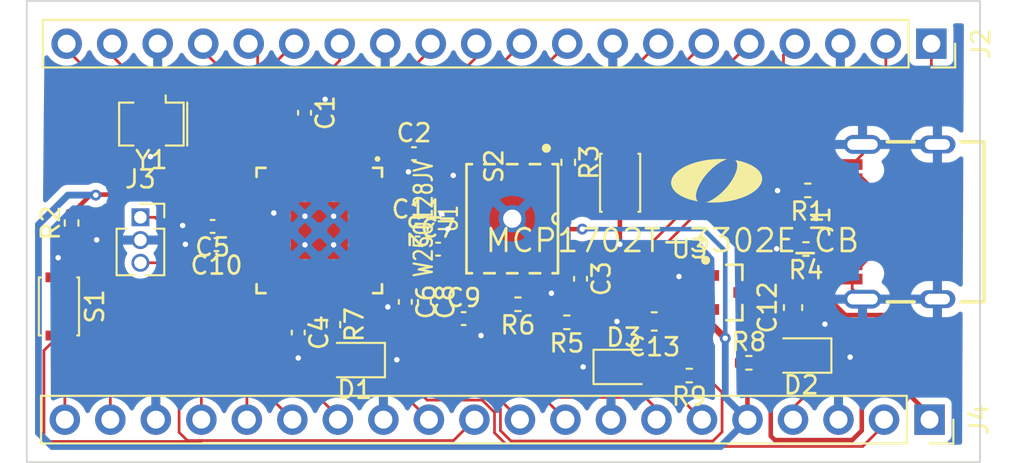
<source format=kicad_pcb>
(kicad_pcb (version 20211014) (generator pcbnew)
  (title_block (title "ENGR3430 Miniproject 3") (date "2022-09-22") (company "Olin College of Engineering"))
  (layers (0 "F.Cu" signal) (31 "B.Cu" signal) (34 "B.Paste" user) (35 "F.Paste" user) (36 "B.SilkS" user "B.Silkscreen") (37 "F.SilkS" user "F.Silkscreen") (38 "B.Mask" user) (39 "F.Mask" user) (44 "Edge.Cuts" user))
  (net 0 "")
  (net 1 "GND")
  (net 2 "+3V3")
  (net 3 "Net-(C10-Pad1)")
  (net 4 "/VBUS")
  (net 5 "Net-(D1-Pad2)")
  (net 6 "Net-(D2-Pad2)")
  (net 7 "Net-(J1-PadA5)")
  (net 8 "Net-(J1-PadA6)")
  (net 9 "Net-(J1-PadA7)")
  (net 11 "Net-(J1-PadB5)")
  (net 13 "/GPIO0")
  (net 14 "/GPIO1")
  (net 15 "/GPIO2")
  (net 16 "/GPIO3")
  (net 17 "/GPIO4")
  (net 18 "/GPIO5")
  (net 19 "/GPIO6")
  (net 20 "/GPIO7")
  (net 21 "/GPIO8")
  (net 22 "/GPIO9")
  (net 23 "/GPIO10")
  (net 24 "/GPIO11")
  (net 25 "/GPIO12")
  (net 26 "/GPIO13")
  (net 27 "/GPIO14")
  (net 28 "/GPIO15")
  (net 29 "/SWCLK")
  (net 30 "/SWDIO")
  (net 31 "/GPIO23")
  (net 32 "/BOOT")
  (net 33 "/GPIO29")
  (net 34 "/GPIO28")
  (net 35 "/GPIO27")
  (net 36 "/GPIO26")
  (net 37 "/RUN")
  (net 38 "/GPIO22")
  (net 39 "/GPIO21")
  (net 40 "/GPIO20")
  (net 41 "/GPIO19")
  (net 42 "/GPIO18")
  (net 43 "/GPIO17")
  (net 44 "/GPIO16")
  (net 45 "Net-(R5-Pad2)")
  (net 46 "Net-(R6-Pad2)")
  (net 47 "/GPIO25")
  (net 48 "Net-(U1-Pad2)")
  (net 49 "Net-(U1-Pad3)")
  (net 50 "Net-(U1-Pad5)")
  (net 51 "Net-(U1-Pad6)")
  (net 52 "Net-(U1-Pad7)")
  (net 53 "Net-(U2-Pad20)")
  (net 54 "Net-(U2-Pad21)")
  (net 55 "/GPIO24")
  (net 56 "Net-(R9-Pad2)")
  (footprint "Resistor_SMD:R_0402_1005Metric" (layer "F.Cu") (at 103.6 99.86 90)
    (fp_text reference "R2")
    (fp_text value "5.1K")
  )
  (footprint "Connector_PinSocket_1.27mm:PinSocket_1x03_P1.27mm_Vertical" (layer "F.Cu") (at 107.442 99.5426)
    (fp_text reference "J3")
    (fp_text value "DEBUG")
  )
  (footprint "Eclectronics:OlinLogoSm" (layer "F.Cu") (at 139.6 97.5)
    (fp_text reference "OlinLogoSm" hide)
    (fp_text value "G***" hide)
  )
  (footprint "Capacitor_SMD:C_0402_1005Metric" (layer "F.Cu") (at 123.2916 104.267 -90)
    (fp_text reference "C8")
    (fp_text value "1µF")
  )
  (footprint "Capacitor_SMD:C_0402_1005Metric" (layer "F.Cu") (at 116.25 105.98 -90)
    (fp_text reference "C4")
    (fp_text value "0.1µF")
  )
  (footprint "Capacitor_SMD:C_0402_1005Metric" (layer "F.Cu") (at 111.6864 101.0666 180)
    (fp_text reference "C10")
    (fp_text value "0.1µF")
  )
  (footprint "Eclectronics:RP2040" (layer "F.Cu") (at 117.4242 100.2792 -90)
    (fp_text reference "U2")
    (fp_text value "RP2040")
  )
  (footprint "Crystal:Resonator_SMD_Murata_CSTxExxV-3Pin_3.0x1.1mm" (layer "F.Cu") (at 108.0532 94.3324 180)
    (fp_text reference "Y1")
    (fp_text value "12MHz")
  )
  (footprint "Button_Switch_SMD:SW_SPST_CK_KXT3" (layer "F.Cu") (at 134.2136 97.6116 90)
    (fp_text reference "S2")
    (fp_text value "BOOT")
  )
  (footprint "LED_SMD:LED_0805_2012Metric" (layer "F.Cu") (at 144.3205 107.2642 180)
    (fp_text reference "D2")
    (fp_text value "PWR")
  )
  (footprint "Resistor_SMD:R_0402_1005Metric" (layer "F.Cu") (at 131.2418 105.41 180)
    (fp_text reference "R5")
    (fp_text value "27Ω")
  )
  (footprint "Connector_PinSocket_2.54mm:PinSocket_1x20_P2.54mm_Vertical" (layer "F.Cu") (at 151.5846 89.8398 -90)
    (fp_text reference "J2")
    (fp_text value "LEFT")
  )
  (footprint "Resistor_SMD:R_0402_1005Metric" (layer "F.Cu") (at 131.318 96.4692 -90)
    (fp_text reference "R3")
    (fp_text value "5.1K")
  )
  (footprint "Capacitor_SMD:C_0603_1608Metric" (layer "F.Cu") (at 136.1186 105.3592 180)
    (fp_text reference "C13")
    (fp_text value "10µF")
  )
  (footprint "Capacitor_SMD:C_0402_1005Metric" (layer "F.Cu") (at 132.0038 102.9742 -90)
    (fp_text reference "C3")
    (fp_text value "0.1µF")
  )
  (footprint "Resistor_SMD:R_0402_1005Metric" (layer "F.Cu") (at 118.2116 105.537 -90)
    (fp_text reference "R7")
    (fp_text value "1K")
  )
  (footprint "mcp1702:Microchip-MCP1702T-3302E_CB-Level_B" (layer "F.Cu") (at 140.1366 103.741201)
    (fp_text reference "U3")
    (fp_text value "MCP1702T-3302E_CB")
  )
  (footprint "LED_SMD:LED_0805_2012Metric" (layer "F.Cu") (at 119.4054 107.5182 180)
    (fp_text reference "D1")
    (fp_text value "LED")
  )
  (footprint "LED_SMD:LED_0805_2012Metric" (layer "F.Cu") (at 134.4145 107.8992)
    (fp_text reference "D3")
    (fp_text value "LED")
  )
  (footprint "Resistor_SMD:R_0402_1005Metric" (layer "F.Cu") (at 144.6882 98.0386 180)
    (fp_text reference "R1")
    (fp_text value "5.1K")
  )
  (footprint "Capacitor_SMD:C_0402_1005Metric" (layer "F.Cu") (at 116.6 93.7 -90)
    (fp_text reference "C1")
    (fp_text value "0.1µF")
  )
  (footprint "Capacitor_SMD:C_0402_1005Metric" (layer "F.Cu") (at 122.7074 95.9866)
    (fp_text reference "C2")
    (fp_text value "0.1µF")
  )
  (footprint "Capacitor_SMD:C_0402_1005Metric" (layer "F.Cu") (at 122.9106 100.2538)
    (fp_text reference "C11")
    (fp_text value "0.1µF")
  )
  (footprint "Resistor_SMD:R_0402_1005Metric" (layer "F.Cu") (at 144.5866 101.3152 180)
    (fp_text reference "R4")
    (fp_text value "5.1K")
  )
  (footprint "Eclectronics:MIC_WSON-8" (layer "F.Cu") (at 128.1938 99.6188 -90)
    (fp_text reference "U1")
    (fp_text value "W25Q128JV")
  )
  (footprint "Resistor_SMD:R_0402_1005Metric" (layer "F.Cu") (at 141.3995 107.6706)
    (fp_text reference "R8")
    (fp_text value "1K")
  )
  (footprint "Resistor_SMD:R_0402_1005Metric" (layer "F.Cu") (at 128.51 104.4 180)
    (fp_text reference "R6")
    (fp_text value "27Ω")
  )
  (footprint "Capacitor_SMD:C_0402_1005Metric" (layer "F.Cu") (at 124.0562 101.3206)
    (fp_text reference "C7")
    (fp_text value "0.1µF")
  )
  (footprint "Resistor_SMD:R_0402_1005Metric" (layer "F.Cu") (at 138.0724 108.3818 180)
    (fp_text reference "R9")
    (fp_text value "1k")
  )
  (footprint "Capacitor_SMD:C_0402_1005Metric" (layer "F.Cu") (at 125.48 105.2)
    (fp_text reference "C9")
    (fp_text value "1µF")
  )
  (footprint "Capacitor_SMD:C_0603_1608Metric" (layer "F.Cu") (at 143.8656 104.5848 90)
    (fp_text reference "C12")
    (fp_text value "10µF")
  )
  (footprint "Eclectronics:USB4105-GF-A" (layer "F.Cu") (at 151.9226 99.7912 90)
    (fp_text reference "J1")
    (fp_text value "USB4105-GF-A")
  )
  (footprint "Button_Switch_SMD:SW_SPST_CK_KXT3" (layer "F.Cu") (at 102.8954 104.521 -90)
    (fp_text reference "S1")
    (fp_text value "RST")
  )
  (footprint "Capacitor_SMD:C_0402_1005Metric" (layer "F.Cu") (at 122.2248 104.267 -90)
    (fp_text reference "C6")
    (fp_text value "0.1µF")
  )
  (footprint "Connector_PinSocket_2.54mm:PinSocket_1x20_P2.54mm_Vertical" (layer "F.Cu") (at 151.483 110.8456 -90)
    (fp_text reference "J4")
    (fp_text value "RIGHT")
  )
  (footprint "Capacitor_SMD:C_0402_1005Metric" (layer "F.Cu") (at 111.47 100.05 180)
    (fp_text reference "C5")
    (fp_text value "0.1µF")
  )
  (gr_rect (start 101.1 87.45) (end 154.3 113.225) (layer "Edge.Cuts") (width 0.1) (fill none))
  (segment (start 135.3436 105.3592) (end 134.0358 105.3592) (width 0.254) (layer "F.Cu") (net 1))
  (segment (start 133.477 107.8992) (end 132.1508 107.8992) (width 0.254) (layer "F.Cu") (net 1))
  (segment (start 134.2 101.05) (end 134.2 99.2502) (width 0.254) (layer "F.Cu") (net 1))
  (segment (start 124.6 100.2) (end 124.6 101.2568) (width 0.254) (layer "F.Cu") (net 1))
  (segment (start 134.2 99.2502) (end 134.2136 99.2366) (width 0.254) (layer "F.Cu") (net 1))
  (segment (start 132.0038 103.4542) (end 130.7084 103.4542) (width 0.254) (layer "F.Cu") (net 1))
  (segment (start 147.1676 103.5362) (end 147.7426 104.1112) (width 0.1524) (layer "F.Cu") (net 1))
  (segment (start 105.0126 100.8126) (end 105 100.8) (width 0.254) (layer "F.Cu") (net 1))
  (segment (start 121.003 110.8456) (end 120.7262 110.8456) (width 0.1524) (layer "F.Cu") (net 1))
  (segment (start 145.6436 105.5116) (end 144.0174 105.5116) (width 0.254) (layer "F.Cu") (net 1))
  (segment (start 110.99 100.05) (end 109.85 100.05) (width 0.254) (layer "F.Cu") (net 1))
  (segment (start 121.447 104.747) (end 122.2248 104.747) (width 0.254) (layer "F.Cu") (net 1))
  (segment (start 147.1676 102.9912) (end 147.1676 103.5362) (width 0.1524) (layer "F.Cu") (net 1))
  (segment (start 147.7426 96.0162) (end 147.7426 95.4712) (width 0.1524) (layer "F.Cu") (net 1))
  (segment (start 114.7708 99.2792) (end 113.9867 99.2792) (width 0.254) (layer "F.Cu") (net 1))
  (segment (start 108.05 94.3292) (end 108.0532 94.3324) (width 0.254) (layer "F.Cu") (net 1))
  (segment (start 122.2476 104.7698) (end 122.2248 104.747) (width 0.1524) (layer "F.Cu") (net 1))
  (segment (start 126.45 106.15) (end 125.96 105.66) (width 0.254) (layer "F.Cu") (net 1))
  (segment (start 130.7084 103.4542) (end 130.3782 103.7844) (width 0.254) (layer "F.Cu") (net 1))
  (segment (start 102.85 102.8506) (end 102.8954 102.896) (width 0.254) (layer "F.Cu") (net 1))
  (segment (start 114.7916 99.3) (end 114.7708 99.2792) (width 0.254) (layer "F.Cu") (net 1))
  (segment (start 116.6 93.22) (end 117.48 93.22) (width 0.254) (layer "F.Cu") (net 1))
  (segment (start 121.7318 107.5182) (end 120.3429 107.5182) (width 0.254) (layer "F.Cu") (net 1))
  (segment (start 147.1676 96.5912) (end 147.7426 96.0162) (width 0.1524) (layer "F.Cu") (net 1))
  (segment (start 102.85 101.8) (end 102.8954 101.8454) (width 0.1524) (layer "F.Cu") (net 1))
  (segment (start 102.85 101.8) (end 102.85 102.8506) (width 0.254) (layer "F.Cu") (net 1))
  (segment (start 143.0114 98.0386) (end 143 98.05) (width 0.254) (layer "F.Cu") (net 1))
  (segment (start 108.0532 94.3324) (end 108.0532 96.0968) (width 0.254) (layer "F.Cu") (net 1))
  (segment (start 144.0766 101.3152) (end 142.9652 101.3152) (width 0.254) (layer "F.Cu") (net 1))
  (segment (start 117.48 93.22) (end 117.75 92.95) (width 0.254) (layer "F.Cu") (net 1))
  (segment (start 123.2916 104.747) (end 122.2248 104.747) (width 0.254) (layer "F.Cu") (net 1))
  (segment (start 124.6 101.2568) (end 124.5362 101.3206) (width 0.254) (layer "F.Cu") (net 1))
  (segment (start 125.96 105.66) (end 125.96 105.2) (width 0.254) (layer "F.Cu") (net 1))
  (segment (start 124.25 99.3944) (end 123.3906 100.2538) (width 0.254) (layer "F.Cu") (net 1))
  (segment (start 144.0174 105.5116) (end 143.8656 105.3598) (width 0.254) (layer "F.Cu") (net 1))
  (segment (start 116.25 107.4) (end 116.25 106.46) (width 0.254) (layer "F.Cu") (net 1))
  (segment (start 137.5 102.85) (end 138.9278 102.85) (width 0.254) (layer "F.Cu") (net 1))
  (segment (start 109.95 101.05) (end 109.9666 101.0666) (width 0.254) (layer "F.Cu") (net 1))
  (segment (start 109.9666 101.0666) (end 111.2064 101.0666) (width 0.254) (layer "F.Cu") (net 1))
  (segment (start 123.1874 96.2126) (end 123.1874 95.9866) (width 0.254) (layer "F.Cu") (net 1))
  (segment (start 132.1508 107.8992) (end 132.15 107.9) (width 0.254) (layer "F.Cu") (net 1))
  (segment (start 122.4 97) (end 123.1874 96.2126) (width 0.254) (layer "F.Cu") (net 1))
  (segment (start 121.25 104.55) (end 121.447 104.747) (width 0.254) (layer "F.Cu") (net 1))
  (segment (start 144.1782 98.0386) (end 143.0114 98.0386) (width 0.254) (layer "F.Cu") (net 1))
  (segment (start 109.85 100.05) (end 109.8 100) (width 0.254) (layer "F.Cu") (net 1))
  (segment (start 125.1736 96.9264) (end 126.2888 96.9264) (width 0.1524) (layer "F.Cu") (net 1))
  (segment (start 108.4046 89.8398) (end 108.4046 89.8118) (width 0.1524) (layer "F.Cu") (net 1))
  (segment (start 145.3438 107.35) (end 145.258 107.2642) (width 0.254) (layer "F.Cu") (net 1))
  (segment (start 147.05 107.35) (end 145.3438 107.35) (width 0.254) (layer "F.Cu") (net 1))
  (segment (start 108.0532 96.0968) (end 108 96.15) (width 0.254) (layer "F.Cu") (net 1))
  (segment (start 133.703 110.8456) (end 133.1214 110.8456) (width 0.1524) (layer "F.Cu") (net 1))
  (segment (start 124.25 99.35) (end 124.25 99.3944) (width 0.254) (layer "F.Cu") (net 1))
  (segment (start 114.8842 99.3) (end 114.7916 99.3) (width 0.254) (layer "F.Cu") (net 1))
  (segment (start 121.75 107.5) (end 121.7318 107.5182) (width 0.254) (layer "F.Cu") (net 1))
  (segment (start 111.173 101.1) (end 111.2064 101.0666) (width 0.254) (layer "F.Cu") (net 1))
  (segment (start 107.442 100.8126) (end 105.0126 100.8126) (width 0.254) (layer "F.Cu") (net 1))
  (segment (start 138.9278 102.85) (end 138.9866 102.7912) (width 0.254) (layer "F.Cu") (net 1))
  (segment (start 146.403 110.8456) (end 145.9992 110.8456) (width 0.1524) (layer "F.Cu") (net 1))
  (segment (start 124.9 97.2) (end 125.1736 96.9264) (width 0.1524) (layer "F.Cu") (net 1))
  (segment (start 142.9652 101.3152) (end 142.95 101.3) (width 0.254) (layer "F.Cu") (net 1))
  (via (at 134.2 101.05) (size 0.6096) (drill 0.3048) (layers "F.Cu" "B.Cu") (net 1))
  (via (at 124.9 97.2) (size 0.6096) (drill 0.3048) (layers "F.Cu" "B.Cu") (net 1))
  (via (at 109.8 100) (size 0.6096) (drill 0.3048) (layers "F.Cu" "B.Cu") (net 1))
  (via (at 122.4 97) (size 0.6096) (drill 0.3048) (layers "F.Cu" "B.Cu") (net 1))
  (via (at 116.25 107.4) (size 0.6096) (drill 0.3048) (layers "F.Cu" "B.Cu") (net 1))
  (via (at 142.95 101.3) (size 0.6096) (drill 0.3048) (layers "F.Cu" "B.Cu") (net 1))
  (via (at 137.5 102.85) (size 0.6096) (drill 0.3048) (layers "F.Cu" "B.Cu") (net 1))
  (via (at 132.15 107.9) (size 0.6096) (drill 0.3048) (layers "F.Cu" "B.Cu") (net 1))
  (via (at 147.05 107.35) (size 0.6096) (drill 0.3048) (layers "F.Cu" "B.Cu") (net 1))
  (via (at 121.25 104.55) (size 0.6096) (drill 0.3048) (layers "F.Cu" "B.Cu") (net 1))
  (via (at 130.3782 103.7844) (size 0.6096) (drill 0.3048) (layers "F.Cu" "B.Cu") (net 1))
  (via (at 102.85 101.8) (size 0.6096) (drill 0.3048) (layers "F.Cu" "B.Cu") (net 1))
  (via (at 126.45 106.15) (size 0.6096) (drill 0.3048) (layers "F.Cu" "B.Cu") (net 1))
  (via (at 117.75 92.95) (size 0.6096) (drill 0.3048) (layers "F.Cu" "B.Cu") (net 1))
  (via (at 143 98.05) (size 0.6096) (drill 0.3048) (layers "F.Cu" "B.Cu") (net 1))
  (via (at 108 96.15) (size 0.6096) (drill 0.3048) (layers "F.Cu" "B.Cu") (net 1))
  (via (at 109.95 101.05) (size 0.6096) (drill 0.3048) (layers "F.Cu" "B.Cu") (net 1))
  (via (at 145.6436 105.5116) (size 0.6096) (drill 0.3048) (layers "F.Cu" "B.Cu") (net 1))
  (via (at 124.25 99.35) (size 0.6096) (drill 0.3048) (layers "F.Cu" "B.Cu") (net 1))
  (via (at 134.0358 105.3592) (size 0.6096) (drill 0.3048) (layers "F.Cu" "B.Cu") (net 1))
  (via (at 114.8842 99.3) (size 0.6096) (drill 0.3048) (layers "F.Cu" "B.Cu") (net 1))
  (via (at 105 100.8) (size 0.6096) (drill 0.3048) (layers "F.Cu" "B.Cu") (net 1))
  (via (at 121.75 107.5) (size 0.6096) (drill 0.3048) (layers "F.Cu" "B.Cu") (net 1))
  (via (at 124.6 100.2) (size 0.6096) (drill 0.3048) (layers "F.Cu" "B.Cu") (net 1))
  (segment (start 116.4242 103.108) (end 116.6622 102.87) (width 0.254) (layer "F.Cu") (net 2))
  (segment (start 120.8617 100.4792) (end 120.8617 100.8792) (width 0.254) (layer "F.Cu") (net 2))
  (segment (start 116.6622 102.87) (end 116.5352 102.997) (width 0.254) (layer "F.Cu") (net 2))
  (segment (start 116.078 98.2218) (end 116.4242 97.8756) (width 0.254) (layer "F.Cu") (net 2))
  (segment (start 115.7478 98.2218) (end 116.078 98.2218) (width 0.254) (layer "F.Cu") (net 2))
  (segment (start 119.8118 102.87) (end 120.0404 103.0986) (width 0.254) (layer "F.Cu") (net 2))
  (segment (start 138.9866 105.5646) (end 139.3466 105.5646) (width 0.381) (layer "F.Cu") (net 2))
  (segment (start 131.318 100.584) (end 131.318 101.092) (width 0.254) (layer "F.Cu") (net 2))
  (segment (start 139.3466 105.5646) (end 140.081 106.299) (width 0.381) (layer "F.Cu") (net 2))
  (segment (start 129.0828 103.8098) (end 130.0988 102.7938) (width 0.254) (layer "F.Cu") (net 2))
  (segment (start 120.3706 95.9358) (end 122.1766 95.9358) (width 0.254) (layer "F.Cu") (net 2))
  (segment (start 123.2916 103.8416) (end 124.05 104.6) (width 0.254) (layer "F.Cu") (net 2))
  (segment (start 110.1726 98.2726) (end 104.9774 98.2726) (width 0.254) (layer "F.Cu") (net 2))
  (segment (start 137.7188 106.8324) (end 138.1568 106.3944) (width 0.254) (layer "F.Cu") (net 2))
  (segment (start 116.45 96.8159) (end 116.4242 96.8417) (width 0.254) (layer "F.Cu") (net 2))
  (segment (start 120.0242 103.7167) (end 120.8617 102.8792) (width 0.254) (layer "F.Cu") (net 2))
  (segment (start 112.3792 100.4792) (end 111.95 100.05) (width 0.254) (layer "F.Cu") (net 2))
  (segment (start 104.9774 98.2726) (end 104.95 98.3) (width 0.254) (layer "F.Cu") (net 2))
  (segment (start 116.4242 97.8756) (end 116.4242 96.8417) (width 0.254) (layer "F.Cu") (net 2))
  (segment (start 130.0988 102.3112) (end 130.0988 101.9048) (width 0.1524) (layer "F.Cu") (net 2))
  (segment (start 138.9866 104.691199) (end 138.9866 105.5646) (width 0.381) (layer "F.Cu") (net 2))
  (segment (start 116.4242 103.7167) (end 116.4242 105.3258) (width 0.254) (layer "F.Cu") (net 2))
  (segment (start 116.4082 96.8257) (end 116.4242 96.8417) (width 0.254) (layer "F.Cu") (net 2))
  (segment (start 120.0945 103.787) (end 122.2248 103.787) (width 0.254) (layer "F.Cu") (net 2))
  (segment (start 111.95 100.05) (end 110.1726 98.2726) (width 0.254) (layer "F.Cu") (net 2))
  (segment (start 104.95 98.3) (end 104.65 98.3) (width 0.254) (layer "F.Cu") (net 2))
  (segment (start 131.318 100.2538) (end 131.318 100.584) (width 0.254) (layer "F.Cu") (net 2))
  (segment (start 120.0242 96.7394) (end 120.0242 96.8417) (width 0.1524) (layer "F.Cu") (net 2))
  (segment (start 120.0404 103.7005) (end 120.0242 103.7167) (width 0.254) (layer "F.Cu") (net 2))
  (segment (start 120.0242 103.7167) (end 120.0242 104.073) (width 0.1524) (layer "F.Cu") (net 2))
  (segment (start 116.4242 105.3258) (end 116.25 105.5) (width 0.254) (layer "F.Cu") (net 2))
  (segment (start 132.097 100.203) (end 131.3688 100.203) (width 0.254) (layer "F.Cu") (net 2))
  (segment (start 136.8936 105.3592) (end 137.1216 105.3592) (width 0.254) (layer "F.Cu") (net 2))
  (segment (start 120.8617 100.8792) (end 123.1348 100.8792) (width 0.254) (layer "F.Cu") (net 2))
  (segment (start 123.2434 103.787) (end 123.2916 103.787) (width 0.254) (layer "F.Cu") (net 2))
  (segment (start 120.8617 102.4792) (end 120.8617 102.8792) (width 0.254) (layer "F.Cu") (net 2))
  (segment (start 115.4684 100.1776) (end 115.4684 98.5012) (width 0.254) (layer "F.Cu") (net 2))
  (segment (start 120.8617 102.4792) (end 121.9838 102.4792) (width 0.254) (layer "F.Cu") (net 2))
  (segment (start 113.9867 100.4792) (end 115.1668 100.4792) (width 0.254) (layer "F.Cu") (net 2))
  (segment (start 123.5964 102.0826) (end 124.333 102.0826) (width 0.254) (layer "F.Cu") (net 2))
  (segment (start 141.323 109.5606) (end 141.323 110.8456) (width 0.254) (layer "F.Cu") (net 2))
  (segment (start 120.0242 96.8417) (end 120.0242 96.2822) (width 0.254) (layer "F.Cu") (net 2))
  (segment (start 131.318 101.092) (end 130.0988 102.3112) (width 0.254) (layer "F.Cu") (net 2))
  (segment (start 124.333 102.0826) (end 125.0188 102.7684) (width 0.254) (layer "F.Cu") (net 2))
  (segment (start 116.6 94.18) (end 116.6 94.4) (width 0.254) (layer "F.Cu") (net 2))
  (segment (start 124.05 105.25) (end 125.6324 106.8324) (width 0.254) (layer "F.Cu") (net 2))
  (segment (start 116.4242 103.7167) (end 116.4242 103.108) (width 0.254) (layer "F.Cu") (net 2))
  (segment (start 113.9867 100.4792) (end 112.3792 100.4792) (width 0.254) (layer "F.Cu") (net 2))
  (segment (start 125.0188 103.505) (end 125.3236 103.8098) (width 0.254) (layer "F.Cu") (net 2))
  (segment (start 115.4684 98.5012) (end 115.7478 98.2218) (width 0.254) (layer "F.Cu") (net 2))
  (segment (start 116.6622 102.87) (end 119.8118 102.87) (width 0.254) (layer "F.Cu") (net 2))
  (segment (start 123.2916 103.787) (end 123.2916 103.8416) (width 0.254) (layer "F.Cu") (net 2))
  (segment (start 130.0988 102.7938) (end 130.0988 102.3112) (width 0.254) (layer "F.Cu") (net 2))
  (segment (start 132.1 100.2) (end 132.097 100.203) (width 0.254) (layer "F.Cu") (net 2))
  (segment (start 120.0242 96.2822) (end 120.3706 95.9358) (width 0.254) (layer "F.Cu") (net 2))
  (segment (start 116.4242 94.5758) (end 116.4242 96.8417) (width 0.254) (layer "F.Cu") (net 2))
  (segment (start 125.3236 103.8098) (end 129.0828 103.8098) (width 0.254) (layer "F.Cu") (net 2))
  (segment (start 138.9866 105.5646) (end 138.1568 106.3944) (width 0.381) (layer "F.Cu") (net 2))
  (segment (start 104.65 98.3) (end 103.6 99.35) (width 0.254) (layer "F.Cu") (net 2))
  (segment (start 121.9838 102.4792) (end 123.2916 103.787) (width 0.254) (layer "F.Cu") (net 2))
  (segment (start 119.3546 98.2218) (end 120.0242 97.5522) (width 0.254) (layer "F.Cu") (net 2))
  (segment (start 120.0242 97.5522) (end 120.0242 96.8417) (width 0.254) (layer "F.Cu") (net 2))
  (segment (start 123.5762 101.3206) (end 123.5762 102.0624) (width 0.254) (layer "F.Cu") (net 2))
  (segment (start 131.318 101.092) (end 131.318 101.8084) (width 0.254) (layer "F.Cu") (net 2))
  (segment (start 115.1668 100.4792) (end 115.4684 100.1776) (width 0.254) (layer "F.Cu") (net 2))
  (segment (start 131.318 101.8084) (end 132.0038 102.4942) (width 0.254) (layer "F.Cu") (net 2))
  (segment (start 122.1766 95.9358) (end 122.2274 95.9866) (width 0.254) (layer "F.Cu") (net 2))
  (segment (start 123.5762 102.0624) (end 123.5964 102.0826) (width 0.254) (layer "F.Cu") (net 2))
  (segment (start 125.0188 102.7684) (end 125.0188 103.505) (width 0.254) (layer "F.Cu") (net 2))
  (segment (start 116.6 94.4) (end 116.4242 94.5758) (width 0.254) (layer "F.Cu") (net 2))
  (segment (start 140.8895 109.1271) (end 141.323 109.5606) (width 0.254) (layer "F.Cu") (net 2))
  (segment (start 116.078 98.2218) (end 119.3546 98.2218) (width 0.254) (layer "F.Cu") (net 2))
  (segment (start 120.0242 103.7167) (end 120.0945 103.787) (width 0.254) (layer "F.Cu") (net 2))
  (segment (start 120.0404 103.0986) (end 120.0404 103.7005) (width 0.254) (layer "F.Cu") (net 2))
  (segment (start 131.318 96.9792) (end 131.318 100.2538) (width 0.254) (layer "F.Cu") (net 2))
  (segment (start 131.3688 100.203) (end 131.318 100.2538) (width 0.254) (layer "F.Cu") (net 2))
  (segment (start 137.1216 105.3592) (end 138.1568 106.3944) (width 0.254) (layer "F.Cu") (net 2))
  (segment (start 140.8895 107.6706) (end 140.8895 109.1271) (width 0.254) (layer "F.Cu") (net 2))
  (segment (start 123.1348 100.8792) (end 123.5762 101.3206) (width 0.254) (layer "F.Cu") (net 2))
  (segment (start 125.6324 106.8324) (end 137.7188 106.8324) (width 0.254) (layer "F.Cu") (net 2))
  (segment (start 124.05 104.6) (end 124.05 105.25) (width 0.254) (layer "F.Cu") (net 2))
  (via (at 104.95 98.3) (size 0.6096) (drill 0.3048) (layers "F.Cu" "B.Cu") (net 2))
  (via (at 140.081 106.299) (size 0.6096) (drill 0.3048) (layers "F.Cu" "B.Cu") (net 2))
  (via (at 132.1 100.2) (size 0.6096) (drill 0.3048) (layers "F.Cu" "B.Cu") (net 2))
  (segment (start 132.1 100.2) (end 132.103 100.203) (width 0.254) (layer "B.Cu") (net 2))
  (segment (start 138.8618 100.203) (end 140.081 101.4222) (width 0.254) (layer "B.Cu") (net 2))
  (segment (start 102.5144 112.3442) (end 139.8244 112.3442) (width 0.381) (layer "B.Cu") (net 2))
  (segment (start 103.4 98.3) (end 101.75 99.95) (width 0.381) (layer "B.Cu") (net 2))
  (segment (start 132.103 100.203) (end 138.8618 100.203) (width 0.254) (layer "B.Cu") (net 2))
  (segment (start 101.75 99.95) (end 101.75 111.5798) (width 0.381) (layer "B.Cu") (net 2))
  (segment (start 140.081 101.4222) (end 140.081 106.299) (width 0.254) (layer "B.Cu") (net 2))
  (segment (start 104.95 98.3) (end 103.4 98.3) (width 0.381) (layer "B.Cu") (net 2))
  (segment (start 101.75 111.5798) (end 102.5144 112.3442) (width 0.381) (layer "B.Cu") (net 2))
  (segment (start 139.8244 112.3442) (end 141.323 110.8456) (width 0.381) (layer "B.Cu") (net 2))
  (segment (start 140.081 109.6036) (end 141.323 110.8456) (width 0.381) (layer "B.Cu") (net 2))
  (segment (start 140.081 106.299) (end 140.081 109.6036) (width 0.381) (layer "B.Cu") (net 2))
  (segment (start 119.707 100.0792) (end 120.8617 100.0792) (width 0.1524) (layer "F.Cu") (net 3))
  (segment (start 120.8329 102.108) (end 120.8617 102.0792) (width 0.1524) (layer "F.Cu") (net 3))
  (segment (start 119.253 102.108) (end 119.253 100.5332) (width 0.1524) (layer "F.Cu") (net 3))
  (segment (start 113.9867 100.8792) (end 115.3826 100.8792) (width 0.1524) (layer "F.Cu") (net 3))
  (segment (start 115.697 102.108) (end 119.253 102.108) (width 0.1524) (layer "F.Cu") (net 3))
  (segment (start 123.9774 103.9274) (end 125 104.95) (width 0.1524) (layer "F.Cu") (net 3))
  (segment (start 123.825 103.2764) (end 123.9774 103.4288) (width 0.1524) (layer "F.Cu") (net 3))
  (segment (start 125 104.95) (end 125 105.2) (width 0.1524) (layer "F.Cu") (net 3))
  (segment (start 120.8617 100.0792) (end 122.256 100.0792) (width 0.1524) (layer "F.Cu") (net 3))
  (segment (start 122.1706 102.0792) (end 123.3678 103.2764) (width 0.1524) (layer "F.Cu") (net 3))
  (segment (start 120.8617 102.0792) (end 122.1706 102.0792) (width 0.1524) (layer "F.Cu") (net 3))
  (segment (start 122.256 100.0792) (end 122.4306 100.2538) (width 0.1524) (layer "F.Cu") (net 3))
  (segment (start 119.253 102.108) (end 120.8329 102.108) (width 0.1524) (layer "F.Cu") (net 3))
  (segment (start 115.57 101.0666) (end 115.57 101.981) (width 0.1524) (layer "F.Cu") (net 3))
  (segment (start 112.3538 100.8792) (end 112.1664 101.0666) (width 0.1524) (layer "F.Cu") (net 3))
  (segment (start 123.9774 103.4288) (end 123.9774 103.9274) (width 0.1524) (layer "F.Cu") (net 3))
  (segment (start 123.3678 103.2764) (end 123.825 103.2764) (width 0.1524) (layer "F.Cu") (net 3))
  (segment (start 119.253 100.5332) (end 119.707 100.0792) (width 0.1524) (layer "F.Cu") (net 3))
  (segment (start 115.3826 100.8792) (end 115.57 101.0666) (width 0.1524) (layer "F.Cu") (net 3))
  (segment (start 115.57 101.981) (end 115.697 102.108) (width 0.1524) (layer "F.Cu") (net 3))
  (segment (start 113.9867 100.8792) (end 112.3538 100.8792) (width 0.1524) (layer "F.Cu") (net 3))
  (segment (start 141.3552 103.8098) (end 141.2866 103.7412) (width 0.381) (layer "F.Cu") (net 4))
  (segment (start 143.764 108.9914) (end 142.621 110.1344) (width 0.254) (layer "F.Cu") (net 4))
  (segment (start 145.4842 102.1912) (end 143.8656 103.8098) (width 0.381) (layer "F.Cu") (net 4))
  (segment (start 148.1582 109.2962) (end 150.1902 109.2962) (width 0.254) (layer "F.Cu") (net 4))
  (segment (start 147.1676 111.9886) (end 147.701 111.4552) (width 0.254) (layer "F.Cu") (net 4))
  (segment (start 146.7866 105.0036) (end 149.2758 105.0036) (width 0.254) (layer "F.Cu") (net 4))
  (segment (start 151.483 110.589) (end 151.483 110.8456) (width 0.254) (layer "F.Cu") (net 4))
  (segment (start 147.1676 97.3912) (end 147.6496 97.3912) (width 0.1524) (layer "F.Cu") (net 4))
  (segment (start 142.621 110.1344) (end 142.621 111.76) (width 0.254) (layer "F.Cu") (net 4))
  (segment (start 145.5928 103.8098) (end 143.8656 103.8098) (width 0.381) (layer "F.Cu") (net 4))
  (segment (start 145.5928 103.8098) (end 146.7866 105.0036) (width 0.254) (layer "F.Cu") (net 4))
  (segment (start 149.2758 107.0356) (end 147.32 108.9914) (width 0.254) (layer "F.Cu") (net 4))
  (segment (start 142.8496 111.9886) (end 147.1676 111.9886) (width 0.254) (layer "F.Cu") (net 4))
  (segment (start 147.1676 102.1912) (end 147.675 102.1912) (width 0.254) (layer "F.Cu") (net 4))
  (segment (start 142.621 111.76) (end 142.8496 111.9886) (width 0.254) (layer "F.Cu") (net 4))
  (segment (start 147.1676 97.3912) (end 147.7258 97.3912) (width 0.254) (layer "F.Cu") (net 4))
  (segment (start 150.1902 109.2962) (end 151.483 110.589) (width 0.254) (layer "F.Cu") (net 4))
  (segment (start 149.2758 105.0036) (end 149.2758 107.0356) (width 0.254) (layer "F.Cu") (net 4))
  (segment (start 147.675 102.1912) (end 148.3986 101.4676) (width 0.254) (layer "F.Cu") (net 4))
  (segment (start 143.8656 103.8098) (end 141.3552 103.8098) (width 0.381) (layer "F.Cu") (net 4))
  (segment (start 147.1676 102.1912) (end 145.4842 102.1912) (width 0.381) (layer "F.Cu") (net 4))
  (segment (start 147.701 111.4552) (end 147.701 109.7534) (width 0.254) (layer "F.Cu") (net 4))
  (segment (start 147.1552 102.1788) (end 147.1676 102.1912) (width 0.254) (layer "F.Cu") (net 4))
  (segment (start 147.7258 97.3912) (end 148.3986 98.064) (width 0.254) (layer "F.Cu") (net 4))
  (segment (start 147.32 108.9914) (end 143.764 108.9914) (width 0.254) (layer "F.Cu") (net 4))
  (segment (start 147.701 109.7534) (end 148.1582 109.2962) (width 0.254) (layer "F.Cu") (net 4))
  (segment (start 148.3986 101.4676) (end 148.3986 98.064) (width 0.254) (layer "F.Cu") (net 4))
  (segment (start 118.2116 107.2619) (end 118.4679 107.5182) (width 0.1524) (layer "F.Cu") (net 5))
  (segment (start 118.2116 106.047) (end 118.2116 107.2619) (width 0.1524) (layer "F.Cu") (net 5))
  (segment (start 142.9766 107.6706) (end 143.383 107.2642) (width 0.1524) (layer "F.Cu") (net 6))
  (segment (start 143.383 107.2642) (end 142.3159 107.2642) (width 0.1524) (layer "F.Cu") (net 6))
  (segment (start 142.3159 107.2642) (end 141.9095 107.6706) (width 0.1524) (layer "F.Cu") (net 6))
  (segment (start 145.8268 101.3152) (end 146.1008 101.0412) (width 0.1524) (layer "F.Cu") (net 7))
  (segment (start 145.0966 101.3152) (end 145.8268 101.3152) (width 0.1524) (layer "F.Cu") (net 7))
  (segment (start 146.1008 101.0412) (end 147.1676 101.0412) (width 0.1524) (layer "F.Cu") (net 7))
  (segment (start 147.8692 100.0412) (end 147.1676 100.0412) (width 0.1524) (layer "F.Cu") (net 8))
  (segment (start 147.7502 99.0412) (end 148.043 99.334) (width 0.1524) (layer "F.Cu") (net 8))
  (segment (start 147.1676 99.0412) (end 147.7502 99.0412) (width 0.1524) (layer "F.Cu") (net 8))
  (segment (start 132.5312 104.4) (end 137.89 99.0412) (width 0.1524) (layer "F.Cu") (net 8))
  (segment (start 137.89 99.0412) (end 147.1676 99.0412) (width 0.1524) (layer "F.Cu") (net 8))
  (segment (start 148.043 99.334) (end 148.043 99.8674) (width 0.1524) (layer "F.Cu") (net 8))
  (segment (start 148.043 99.8674) (end 147.8692 100.0412) (width 0.1524) (layer "F.Cu") (net 8))
  (segment (start 129.02 104.4) (end 132.5312 104.4) (width 0.1524) (layer "F.Cu") (net 8))
  (segment (start 146.5404 99.5412) (end 147.1676 99.5412) (width 0.1524) (layer "F.Cu") (net 9))
  (segment (start 146.3412 100.3246) (end 146.3412 99.7404) (width 0.1524) (layer "F.Cu") (net 9))
  (segment (start 131.7518 105.41) (end 132.3848 105.41) (width 0.1524) (layer "F.Cu") (net 9))
  (segment (start 146.5578 100.5412) (end 146.3412 100.3246) (width 0.1524) (layer "F.Cu") (net 9))
  (segment (start 146.3412 99.7404) (end 146.5404 99.5412) (width 0.1524) (layer "F.Cu") (net 9))
  (segment (start 138.2536 99.5412) (end 147.1676 99.5412) (width 0.1524) (layer "F.Cu") (net 9))
  (segment (start 147.1676 100.5412) (end 146.5578 100.5412) (width 0.1524) (layer "F.Cu") (net 9))
  (segment (start 132.3848 105.41) (end 138.2536 99.5412) (width 0.1524) (layer "F.Cu") (net 9))
  (segment (start 147.165 98.0386) (end 147.1676 98.0412) (width 0.1524) (layer "F.Cu") (net 11))
  (segment (start 145.1982 98.0386) (end 147.165 98.0386) (width 0.1524) (layer "F.Cu") (net 11))
  (segment (start 143.9926 92.3798) (end 151.0792 92.3798) (width 0.1524) (layer "F.Cu") (net 13))
  (segment (start 151.0792 92.3798) (end 151.5846 91.8744) (width 0.1524) (layer "F.Cu") (net 13))
  (segment (start 119.6242 96.0472) (end 120.4722 95.1992) (width 0.1524) (layer "F.Cu") (net 13))
  (segment (start 119.6242 96.8417) (end 119.6242 96.0472) (width 0.1524) (layer "F.Cu") (net 13))
  (segment (start 151.5846 91.8744) (end 151.5846 89.8398) (width 0.1524) (layer "F.Cu") (net 13))
  (segment (start 120.4722 95.1992) (end 141.1732 95.1992) (width 0.1524) (layer "F.Cu") (net 13))
  (segment (start 141.1732 95.1992) (end 143.9926 92.3798) (width 0.1524) (layer "F.Cu") (net 13))
  (segment (start 143.9164 91.8464) (end 148.336 91.8464) (width 0.1524) (layer "F.Cu") (net 14))
  (segment (start 119.2242 96.8417) (end 119.2242 95.9138) (width 0.1524) (layer "F.Cu") (net 14))
  (segment (start 148.336 91.8464) (end 149.0446 91.1378) (width 0.1524) (layer "F.Cu") (net 14))
  (segment (start 149.0446 91.1378) (end 149.0446 89.8398) (width 0.1524) (layer "F.Cu") (net 14))
  (segment (start 120.2944 94.8436) (end 140.9954 94.8436) (width 0.1524) (layer "F.Cu") (net 14))
  (segment (start 140.9954 94.8436) (end 143.8148 92.0242) (width 0.1524) (layer "F.Cu") (net 14))
  (segment (start 143.8148 92.0242) (end 143.8148 91.948) (width 0.1524) (layer "F.Cu") (net 14))
  (segment (start 143.8148 91.948) (end 143.9164 91.8464) (width 0.1524) (layer "F.Cu") (net 14))
  (segment (start 119.2242 95.9138) (end 120.2944 94.8436) (width 0.1524) (layer "F.Cu") (net 14))
  (segment (start 143.3322 92.0496) (end 143.3322 90.4722) (width 0.1524) (layer "F.Cu") (net 15))
  (segment (start 118.8242 95.7042) (end 120.0658 94.4626) (width 0.1524) (layer "F.Cu") (net 15))
  (segment (start 120.0658 94.4626) (end 140.9192 94.4626) (width 0.1524) (layer "F.Cu") (net 15))
  (segment (start 140.9192 94.4626) (end 143.3322 92.0496) (width 0.1524) (layer "F.Cu") (net 15))
  (segment (start 118.8242 96.8417) (end 118.8242 95.7042) (width 0.1524) (layer "F.Cu") (net 15))
  (segment (start 143.3322 90.4722) (end 143.9646 89.8398) (width 0.1524) (layer "F.Cu") (net 15))
  (segment (start 137.1574 94.107) (end 141.4246 89.8398) (width 0.1524) (layer "F.Cu") (net 16))
  (segment (start 118.4242 96.8417) (end 118.4242 95.5454) (width 0.1524) (layer "F.Cu") (net 16))
  (segment (start 118.4242 95.5454) (end 119.8626 94.107) (width 0.1524) (layer "F.Cu") (net 16))
  (segment (start 119.8626 94.107) (end 137.1574 94.107) (width 0.1524) (layer "F.Cu") (net 16))
  (segment (start 135.0492 93.6752) (end 138.8846 89.8398) (width 0.1524) (layer "F.Cu") (net 17))
  (segment (start 119.7356 93.6752) (end 135.0492 93.6752) (width 0.1524) (layer "F.Cu") (net 17))
  (segment (start 118.0242 95.3866) (end 119.7356 93.6752) (width 0.1524) (layer "F.Cu") (net 17))
  (segment (start 118.0242 96.8417) (end 118.0242 95.3866) (width 0.1524) (layer "F.Cu") (net 17))
  (segment (start 119.5578 93.2688) (end 132.9156 93.2688) (width 0.1524) (layer "F.Cu") (net 18))
  (segment (start 117.6242 95.2024) (end 119.5578 93.2688) (width 0.1524) (layer "F.Cu") (net 18))
  (segment (start 117.6242 96.8417) (end 117.6242 95.2024) (width 0.1524) (layer "F.Cu") (net 18))
  (segment (start 132.9156 93.2688) (end 136.3446 89.8398) (width 0.1524) (layer "F.Cu") (net 18))
  (segment (start 117.2242 96.8417) (end 117.2242 95.0436) (width 0.1524) (layer "F.Cu") (net 19))
  (segment (start 119.38 92.8878) (end 128.2166 92.8878) (width 0.1524) (layer "F.Cu") (net 19))
  (segment (start 128.2166 92.8878) (end 131.2646 89.8398) (width 0.1524) (layer "F.Cu") (net 19))
  (segment (start 117.2242 95.0436) (end 119.38 92.8878) (width 0.1524) (layer "F.Cu") (net 19))
  (segment (start 116.8242 94.834) (end 119.1514 92.5068) (width 0.1524) (layer "F.Cu") (net 20))
  (segment (start 116.8242 96.8417) (end 116.8242 94.834) (width 0.1524) (layer "F.Cu") (net 20))
  (segment (start 126.0576 92.5068) (end 128.7246 89.8398) (width 0.1524) (layer "F.Cu") (net 20))
  (segment (start 119.1514 92.5068) (end 126.0576 92.5068) (width 0.1524) (layer "F.Cu") (net 20))
  (segment (start 124.9426 91.8464) (end 126.1846 90.6044) (width 0.1524) (layer "F.Cu") (net 21))
  (segment (start 116.0526 91.8464) (end 124.9426 91.8464) (width 0.1524) (layer "F.Cu") (net 21))
  (segment (start 126.1846 90.6044) (end 126.1846 89.8398) (width 0.1524) (layer "F.Cu") (net 21))
  (segment (start 116.0242 96.8417) (end 116.0242 91.8748) (width 0.1524) (layer "F.Cu") (net 21))
  (segment (start 116.0242 91.8748) (end 116.0526 91.8464) (width 0.1524) (layer "F.Cu") (net 21))
  (segment (start 115.6242 96.8417) (end 115.6242 91.6652) (width 0.1524) (layer "F.Cu") (net 22))
  (segment (start 115.6242 91.6652) (end 115.7478 91.5416) (width 0.1524) (layer "F.Cu") (net 22))
  (segment (start 123.6446 90.2234) (end 123.6446 89.8398) (width 0.1524) (layer "F.Cu") (net 22))
  (segment (start 115.7478 91.5416) (end 122.2756 91.5416) (width 0.1524) (layer "F.Cu") (net 22))
  (segment (start 123.6446 90.3504) (end 123.6446 89.8398) (width 0.1524) (layer "F.Cu") (net 22))
  (segment (start 122.2756 91.5416) (end 123.6446 90.1726) (width 0.1524) (layer "F.Cu") (net 22))
  (segment (start 123.6218 89.8398) (end 123.6446 89.8398) (width 0.1524) (layer "F.Cu") (net 22))
  (segment (start 123.6446 90.1726) (end 123.6446 89.8398) (width 0.1524) (layer "F.Cu") (net 22))
  (segment (start 118.11 91.2368) (end 118.5646 90.7822) (width 0.1524) (layer "F.Cu") (net 23))
  (segment (start 115.2242 96.8417) (end 115.2242 91.5572) (width 0.1524) (layer "F.Cu") (net 23))
  (segment (start 115.2242 91.5572) (end 115.5446 91.2368) (width 0.1524) (layer "F.Cu") (net 23))
  (segment (start 115.5446 91.2368) (end 118.11 91.2368) (width 0.1524) (layer "F.Cu") (net 23))
  (segment (start 118.5646 90.7822) (end 118.5646 89.8398) (width 0.1524) (layer "F.Cu") (net 23))
  (segment (start 114.8242 91.0402) (end 116.0246 89.8398) (width 0.1524) (layer "F.Cu") (net 24))
  (segment (start 114.8242 96.8417) (end 114.8242 91.0402) (width 0.1524) (layer "F.Cu") (net 24))
  (segment (start 113.9867 90.3419) (end 113.4846 89.8398) (width 0.1524) (layer "F.Cu") (net 25))
  (segment (start 113.9867 97.6792) (end 113.9867 90.3419) (width 0.1524) (layer "F.Cu") (net 25))
  (segment (start 113.9867 98.0792) (end 113.2684 98.0792) (width 0.1524) (layer "F.Cu") (net 26))
  (segment (start 112.7252 97.536) (end 112.7252 92.0242) (width 0.1524) (layer "F.Cu") (net 26))
  (segment (start 112.7252 92.0242) (end 110.9446 90.2436) (width 0.1524) (layer "F.Cu") (net 26))
  (segment (start 113.2684 98.0792) (end 112.7252 97.536) (width 0.1524) (layer "F.Cu") (net 26))
  (segment (start 110.9446 90.2436) (end 110.9446 89.8398) (width 0.1524) (layer "F.Cu") (net 26))
  (segment (start 105.8646 90.523) (end 105.8646 89.8398) (width 0.1524) (layer "F.Cu") (net 27))
  (segment (start 106.68 91.3384) (end 105.8646 90.523) (width 0.1524) (layer "F.Cu") (net 27))
  (segment (start 112.1918 97.7138) (end 112.1918 92.4052) (width 0.1524) (layer "F.Cu") (net 27))
  (segment (start 113.9867 98.4792) (end 112.9572 98.4792) (width 0.1524) (layer "F.Cu") (net 27))
  (segment (start 112.9572 98.4792) (end 112.1918 97.7138) (width 0.1524) (layer "F.Cu") (net 27))
  (segment (start 111.125 91.3384) (end 106.68 91.3384) (width 0.1524) (layer "F.Cu") (net 27))
  (segment (start 112.1918 92.4052) (end 111.125 91.3384) (width 0.1524) (layer "F.Cu") (net 27))
  (segment (start 111.0234 91.8972) (end 105.0544 91.8972) (width 0.1524) (layer "F.Cu") (net 28))
  (segment (start 113.9867 98.8792) (end 112.7222 98.8792) (width 0.1524) (layer "F.Cu") (net 28))
  (segment (start 111.633 97.79) (end 111.633 92.5068) (width 0.1524) (layer "F.Cu") (net 28))
  (segment (start 103.3246 90.1674) (end 103.3246 89.8398) (width 0.1524) (layer "F.Cu") (net 28))
  (segment (start 111.633 92.5068) (end 111.0234 91.8972) (width 0.1524) (layer "F.Cu") (net 28))
  (segment (start 112.7222 98.8792) (end 111.633 97.79) (width 0.1524) (layer "F.Cu") (net 28))
  (segment (start 105.0544 91.8972) (end 103.3246 90.1674) (width 0.1524) (layer "F.Cu") (net 28))
  (segment (start 113.3 101.2792) (end 112.8776 101.7016) (width 0.1524) (layer "F.Cu") (net 29))
  (segment (start 108.5088 101.2698) (end 108.5088 99.7966) (width 0.1524) (layer "F.Cu") (net 29))
  (segment (start 108.2548 99.5426) (end 107.442 99.5426) (width 0.1524) (layer "F.Cu") (net 29))
  (segment (start 108.9406 101.7016) (end 108.5088 101.2698) (width 0.1524) (layer "F.Cu") (net 29))
  (segment (start 112.8776 101.7016) (end 108.9406 101.7016) (width 0.1524) (layer "F.Cu") (net 29))
  (segment (start 113.9867 101.2792) (end 113.3 101.2792) (width 0.1524) (layer "F.Cu") (net 29))
  (segment (start 108.5088 99.7966) (end 108.2548 99.5426) (width 0.1524) (layer "F.Cu") (net 29))
  (segment (start 113.3572 101.6792) (end 113.9867 101.6792) (width 0.1524) (layer "F.Cu") (net 30))
  (segment (start 112.9538 102.0826) (end 113.3572 101.6792) (width 0.1524) (layer "F.Cu") (net 30))
  (segment (start 107.442 102.0826) (end 112.9538 102.0826) (width 0.1524) (layer "F.Cu") (net 30))
  (segment (start 117.221 108.5088) (end 117.5258 108.8136) (width 0.1524) (layer "F.Cu") (net 31))
  (segment (start 127.2032 111.5822) (end 127.9652 112.3442) (width 0.1524) (layer "F.Cu") (net 31))
  (segment (start 148.943 111.153) (end 148.943 110.8456) (width 0.1524) (layer "F.Cu") (net 31))
  (segment (start 122.5042 108.8136) (end 123.444 109.7534) (width 0.1524) (layer "F.Cu") (net 31))
  (segment (start 117.2242 108.1056) (end 117.221 108.1088) (width 0.1524) (layer "F.Cu") (net 31))
  (segment (start 117.2242 103.7167) (end 117.2242 108.1056) (width 0.1524) (layer "F.Cu") (net 31))
  (segment (start 117.5258 108.8136) (end 122.5042 108.8136) (width 0.1524) (layer "F.Cu") (net 31))
  (segment (start 127.9652 112.3442) (end 147.7518 112.3442) (width 0.1524) (layer "F.Cu") (net 31))
  (segment (start 123.444 109.7534) (end 126.5174 109.7534) (width 0.1524) (layer "F.Cu") (net 31))
  (segment (start 127.2032 110.4392) (end 127.2032 111.5822) (width 0.1524) (layer "F.Cu") (net 31))
  (segment (start 147.7518 112.3442) (end 148.943 111.153) (width 0.1524) (layer "F.Cu") (net 31))
  (segment (start 117.221 108.1088) (end 117.221 108.5088) (width 0.1524) (layer "F.Cu") (net 31))
  (segment (start 126.5174 109.7534) (end 127.2032 110.4392) (width 0.1524) (layer "F.Cu") (net 31))
  (segment (start 149.7076 95.2754) (end 149.7076 107.188) (width 0.1524) (layer "F.Cu") (net 32))
  (segment (start 122.5896 97.6792) (end 124.7648 95.504) (width 0.1524) (layer "F.Cu") (net 32))
  (segment (start 145.2372 94.0562) (end 148.4884 94.0562) (width 0.1524) (layer "F.Cu") (net 32))
  (segment (start 131.318 95.9592) (end 134.1862 95.9592) (width 0.1524) (layer "F.Cu") (net 32))
  (segment (start 143.3068 95.9866) (end 145.2372 94.0562) (width 0.1524) (layer "F.Cu") (net 32))
  (segment (start 130.0988 96.9264) (end 131.066 95.9592) (width 0.1524) (layer "F.Cu") (net 32))
  (segment (start 143.863 110.1878) (end 143.863 110.8456) (width 0.1524) (layer "F.Cu") (net 32))
  (segment (start 120.8617 97.6792) (end 122.5896 97.6792) (width 0.1524) (layer "F.Cu") (net 32))
  (segment (start 143.863 110.0862) (end 143.863 110.8456) (width 0.1524) (layer "F.Cu") (net 32))
  (segment (start 134.1862 95.9592) (end 134.2136 95.9866) (width 0.1524) (layer "F.Cu") (net 32))
  (segment (start 144.6784 109.3724) (end 143.863 110.1878) (width 0.1524) (layer "F.Cu") (net 32))
  (segment (start 130.8628 95.504) (end 131.318 95.9592) (width 0.1524) (layer "F.Cu") (net 32))
  (segment (start 148.4884 94.0562) (end 149.7076 95.2754) (width 0.1524) (layer "F.Cu") (net 32))
  (segment (start 124.7648 95.504) (end 130.8628 95.504) (width 0.1524) (layer "F.Cu") (net 32))
  (segment (start 131.066 95.9592) (end 131.318 95.9592) (width 0.1524) (layer "F.Cu") (net 32))
  (segment (start 134.2136 95.9866) (end 143.3068 95.9866) (width 0.1524) (layer "F.Cu") (net 32))
  (segment (start 147.5232 109.3724) (end 144.6784 109.3724) (width 0.1524) (layer "F.Cu") (net 32))
  (segment (start 149.7076 107.188) (end 147.5232 109.3724) (width 0.1524) (layer "F.Cu") (net 32))
  (segment (start 137.2336 109.2962) (end 138.783 110.8456) (width 0.1524) (layer "F.Cu") (net 33))
  (segment (start 120.015 104.5464) (end 120.015 105.029) (width 0.1524) (layer "F.Cu") (net 33))
  (segment (start 130.9624 109.2962) (end 137.2336 109.2962) (width 0.1524) (layer "F.Cu") (net 33))
  (segment (start 126.0856 107.8738) (end 129.54 107.8738) (width 0.1524) (layer "F.Cu") (net 33))
  (segment (start 120.015 105.029) (end 120.142 105.156) (width 0.1524) (layer "F.Cu") (net 33))
  (segment (start 120.142 105.156) (end 123.3678 105.156) (width 0.1524) (layer "F.Cu") (net 33))
  (segment (start 119.6242 104.1556) (end 120.015 104.5464) (width 0.1524) (layer "F.Cu") (net 33))
  (segment (start 119.6242 103.7167) (end 119.6242 104.1556) (width 0.1524) (layer "F.Cu") (net 33))
  (segment (start 129.54 107.8738) (end 130.9624 109.2962) (width 0.1524) (layer "F.Cu") (net 33))
  (segment (start 123.3678 105.156) (end 126.0856 107.8738) (width 0.1524) (layer "F.Cu") (net 33))
  (segment (start 119.5832 104.5718) (end 119.5832 105.4354) (width 0.1524) (layer "F.Cu") (net 34))
  (segment (start 119.6594 105.5116) (end 123.0376 105.5116) (width 0.1524) (layer "F.Cu") (net 34))
  (segment (start 136.243 110.2334) (end 136.243 110.8456) (width 0.1524) (layer "F.Cu") (net 34))
  (segment (start 119.5832 105.4354) (end 119.6594 105.5116) (width 0.1524) (layer "F.Cu") (net 34))
  (segment (start 130.5814 109.601) (end 135.6106 109.601) (width 0.1524) (layer "F.Cu") (net 34))
  (segment (start 125.73 108.204) (end 129.1844 108.204) (width 0.1524) (layer "F.Cu") (net 34))
  (segment (start 135.6106 109.601) (end 136.243 110.2334) (width 0.1524) (layer "F.Cu") (net 34))
  (segment (start 119.2242 104.2128) (end 119.5832 104.5718) (width 0.1524) (layer "F.Cu") (net 34))
  (segment (start 129.1844 108.204) (end 130.5814 109.601) (width 0.1524) (layer "F.Cu") (net 34))
  (segment (start 119.2242 103.7167) (end 119.2242 104.2128) (width 0.1524) (layer "F.Cu") (net 34))
  (segment (start 123.0376 105.5116) (end 125.73 108.204) (width 0.1524) (layer "F.Cu") (net 34))
  (segment (start 119.1768 105.8164) (end 119.253 105.8926) (width 0.1524) (layer "F.Cu") (net 35))
  (segment (start 125.3998 108.5342) (end 128.8516 108.5342) (width 0.1524) (layer "F.Cu") (net 35))
  (segment (start 118.8242 104.3208) (end 119.1768 104.6734) (width 0.1524) (layer "F.Cu") (net 35))
  (segment (start 118.8242 103.7167) (end 118.8242 104.3208) (width 0.1524) (layer "F.Cu") (net 35))
  (segment (start 128.8516 108.5342) (end 131.163 110.8456) (width 0.1524) (layer "F.Cu") (net 35))
  (segment (start 119.1768 104.6734) (end 119.1768 105.8164) (width 0.1524) (layer "F.Cu") (net 35))
  (segment (start 122.7582 105.8926) (end 125.3998 108.5342) (width 0.1524) (layer "F.Cu") (net 35))
  (segment (start 119.253 105.8926) (end 122.7582 105.8926) (width 0.1524) (layer "F.Cu") (net 35))
  (segment (start 119.1768 106.2482) (end 122.555 106.2482) (width 0.1524) (layer "F.Cu") (net 36))
  (segment (start 118.872 105.9434) (end 119.1768 106.2482) (width 0.1524) (layer "F.Cu") (net 36))
  (segment (start 125.1966 108.8898) (end 126.6672 108.8898) (width 0.1524) (layer "F.Cu") (net 36))
  (segment (start 118.872 104.8004) (end 118.872 105.9434) (width 0.1524) (layer "F.Cu") (net 36))
  (segment (start 126.6672 108.8898) (end 128.623 110.8456) (width 0.1524) (layer "F.Cu") (net 36))
  (segment (start 122.555 106.2482) (end 125.1966 108.8898) (width 0.1524) (layer "F.Cu") (net 36))
  (segment (start 118.4242 103.7167) (end 118.4148 103.7261) (width 0.1524) (layer "F.Cu") (net 36))
  (segment (start 118.4242 104.3526) (end 118.872 104.8004) (width 0.1524) (layer "F.Cu") (net 36))
  (segment (start 118.4242 103.7167) (end 118.4242 104.3526) (width 0.1524) (layer "F.Cu") (net 36))
  (segment (start 110.0582 112.014) (end 110.871 112.014) (width 0.1524) (layer "F.Cu") (net 37))
  (segment (start 102.0572 111.9124) (end 102.2096 112.0648) (width 0.1524) (layer "F.Cu") (net 37))
  (segment (start 103.6 100.37) (end 103.6 100.95) (width 0.1524) (layer "F.Cu") (net 37))
  (segment (start 110.8202 112.0648) (end 110.871 112.014) (width 0.1524) (layer "F.Cu") (net 37))
  (segment (start 113.9867 102.0792) (end 114.6776 102.0792) (width 0.1524) (layer "F.Cu") (net 37))
  (segment (start 102.0572 106.9842) (end 102.0572 111.9124) (width 0.1524) (layer "F.Cu") (net 37))
  (segment (start 103.6 100.95) (end 104.9 102.25) (width 0.1524) (layer "F.Cu") (net 37))
  (segment (start 104.9 102.25) (end 104.9 104.1414) (width 0.1524) (layer "F.Cu") (net 37))
  (segment (start 102.8954 106.146) (end 102.0572 106.9842) (width 0.1524) (layer "F.Cu") (net 37))
  (segment (start 110.871 112.014) (end 124.9146 112.014) (width 0.1524) (layer "F.Cu") (net 37))
  (segment (start 104.9 104.1414) (end 102.8954 106.146) (width 0.1524) (layer "F.Cu") (net 37))
  (segment (start 114.7572 102.9462) (end 109.601 108.1024) (width 0.1524) (layer "F.Cu") (net 37))
  (segment (start 109.601 108.1024) (end 109.601 111.5568) (width 0.1524) (layer "F.Cu") (net 37))
  (segment (start 109.601 111.5568) (end 110.0582 112.014) (width 0.1524) (layer "F.Cu") (net 37))
  (segment (start 114.6776 102.0792) (end 114.7572 102.1588) (width 0.1524) (layer "F.Cu") (net 37))
  (segment (start 114.7572 102.1588) (end 114.7572 102.9462) (width 0.1524) (layer "F.Cu") (net 37))
  (segment (start 102.2096 112.0648) (end 110.8202 112.0648) (width 0.1524) (layer "F.Cu") (net 37))
  (segment (start 126.083 110.9244) (end 126.083 110.8456) (width 0.1524) (layer "F.Cu") (net 37))
  (segment (start 124.9146 112.014) (end 126.083 110.8456) (width 0.1524) (layer "F.Cu") (net 37))
  (segment (start 123.543 110.7414) (end 123.543 110.8456) (width 0.1524) (layer "F.Cu") (net 38))
  (segment (start 117.4496 109.1692) (end 121.8666 109.1692) (width 0.1524) (layer "F.Cu") (net 38))
  (segment (start 116.8242 103.7167) (end 116.8242 108.5438) (width 0.1524) (layer "F.Cu") (net 38))
  (segment (start 121.8666 109.1692) (end 123.543 110.8456) (width 0.1524) (layer "F.Cu") (net 38))
  (segment (start 116.8242 108.5438) (end 117.4496 109.1692) (width 0.1524) (layer "F.Cu") (net 38))
  (segment (start 123.543 110.462) (end 123.543 110.8456) (width 0.1524) (layer "F.Cu") (net 38))
  (segment (start 116.0242 104.7018) (end 114.7318 105.9942) (width 0.1524) (layer "F.Cu") (net 39))
  (segment (start 117.2464 109.4486) (end 118.463 110.6652) (width 0.1524) (layer "F.Cu") (net 39))
  (segment (start 115.0874 109.4486) (end 117.2464 109.4486) (width 0.1524) (layer "F.Cu") (net 39))
  (segment (start 116.0242 103.7167) (end 116.0242 104.7018) (width 0.1524) (layer "F.Cu") (net 39))
  (segment (start 118.463 110.6652) (end 118.463 110.8456) (width 0.1524) (layer "F.Cu") (net 39))
  (segment (start 114.7318 109.093) (end 115.0874 109.4486) (width 0.1524) (layer "F.Cu") (net 39))
  (segment (start 114.7318 105.9942) (end 114.7318 109.093) (width 0.1524) (layer "F.Cu") (net 39))
  (segment (start 115.6242 103.7167) (end 115.6242 104.6192) (width 0.1524) (layer "F.Cu") (net 40))
  (segment (start 114.3254 109.248) (end 115.923 110.8456) (width 0.1524) (layer "F.Cu") (net 40))
  (segment (start 114.3254 105.918) (end 114.3254 109.248) (width 0.1524) (layer "F.Cu") (net 40))
  (segment (start 115.6242 104.6192) (end 114.3254 105.918) (width 0.1524) (layer "F.Cu") (net 40))
  (segment (start 115.2242 104.5112) (end 113.383 106.3524) (width 0.1524) (layer "F.Cu") (net 41))
  (segment (start 113.383 106.3524) (end 113.383 110.8456) (width 0.1524) (layer "F.Cu") (net 41))
  (segment (start 115.2242 103.7167) (end 115.2242 104.5112) (width 0.1524) (layer "F.Cu") (net 41))
  (segment (start 114.8242 103.7167) (end 110.843 107.6979) (width 0.1524) (layer "F.Cu") (net 42))
  (segment (start 110.843 107.6979) (end 110.843 110.8456) (width 0.1524) (layer "F.Cu") (net 42))
  (segment (start 109.795 102.8792) (end 105.763 106.9112) (width 0.1524) (layer "F.Cu") (net 43))
  (segment (start 105.763 106.9112) (end 105.763 110.8456) (width 0.1524) (layer "F.Cu") (net 43))
  (segment (start 113.9867 102.8792) (end 109.795 102.8792) (width 0.1524) (layer "F.Cu") (net 43))
  (segment (start 113.9867 102.4792) (end 109.56 102.4792) (width 0.1524) (layer "F.Cu") (net 44))
  (segment (start 105.1814 106.8578) (end 104.1654 106.8578) (width 0.1524) (layer "F.Cu") (net 44))
  (segment (start 104.1654 106.8578) (end 103.223 107.8002) (width 0.1524) (layer "F.Cu") (net 44))
  (segment (start 109.56 102.4792) (end 105.1814 106.8578) (width 0.1524) (layer "F.Cu") (net 44))
  (segment (start 103.223 107.8002) (end 103.223 110.8456) (width 0.1524) (layer "F.Cu") (net 44))
  (segment (start 122.2024 101.6792) (end 123.317 102.7938) (width 0.1524) (layer "F.Cu") (net 45))
  (segment (start 124.35 103.8) (end 125.25 104.7) (width 0.1524) (layer "F.Cu") (net 45))
  (segment (start 130.5218 105.2) (end 130.7318 105.41) (width 0.1524) (layer "F.Cu") (net 45))
  (segment (start 123.8938 102.7938) (end 124.35 103.25) (width 0.1524) (layer "F.Cu") (net 45))
  (segment (start 125.25 104.7) (end 127.4 104.7) (width 0.1524) (layer "F.Cu") (net 45))
  (segment (start 127.6 105.2) (end 130.5218 105.2) (width 0.1524) (layer "F.Cu") (net 45))
  (segment (start 123.317 102.7938) (end 123.8938 102.7938) (width 0.1524) (layer "F.Cu") (net 45))
  (segment (start 124.35 103.25) (end 124.35 103.8) (width 0.1524) (layer "F.Cu") (net 45))
  (segment (start 127.6 104.9) (end 127.6 105.2) (width 0.1524) (layer "F.Cu") (net 45))
  (segment (start 127.4 104.7) (end 127.6 104.9) (width 0.1524) (layer "F.Cu") (net 45))
  (segment (start 120.8617 101.6792) (end 122.2024 101.6792) (width 0.1524) (layer "F.Cu") (net 45))
  (segment (start 123.444 102.489) (end 124.2314 102.489) (width 0.1524) (layer "F.Cu") (net 46))
  (segment (start 127.867 104.267) (end 128 104.4) (width 0.1524) (layer "F.Cu") (net 46))
  (segment (start 124.2314 102.489) (end 124.6632 102.9208) (width 0.1524) (layer "F.Cu") (net 46))
  (segment (start 124.6632 102.9208) (end 124.6632 103.6632) (width 0.1524) (layer "F.Cu") (net 46))
  (segment (start 125.267 104.267) (end 127.867 104.267) (width 0.1524) (layer "F.Cu") (net 46))
  (segment (start 124.6632 103.6632) (end 125.267 104.267) (width 0.1524) (layer "F.Cu") (net 46))
  (segment (start 120.8617 101.2792) (end 122.2342 101.2792) (width 0.1524) (layer "F.Cu") (net 46))
  (segment (start 122.2342 101.2792) (end 123.444 102.489) (width 0.1524) (layer "F.Cu") (net 46))
  (segment (start 118.0242 103.7167) (end 118.0242 104.8396) (width 0.1524) (layer "F.Cu") (net 47))
  (segment (start 118.0242 104.8396) (end 118.2116 105.027) (width 0.1524) (layer "F.Cu") (net 47))
  (segment (start 124.9426 95.8088) (end 127.7112 95.8088) (width 0.1524) (layer "F.Cu") (net 48))
  (segment (start 122.6722 98.0792) (end 124.9426 95.8088) (width 0.1524) (layer "F.Cu") (net 48))
  (segment (start 120.8617 98.0792) (end 122.6722 98.0792) (width 0.1524) (layer "F.Cu") (net 48))
  (segment (start 127.7112 95.8088) (end 128.8288 96.9264) (width 0.1524) (layer "F.Cu") (net 48))
  (segment (start 127.5588 96.5708) (end 127.5588 96.9264) (width 0.1524) (layer "F.Cu") (net 49))
  (segment (start 120.8617 98.4792) (end 122.7802 98.4792) (width 0.1524) (layer "F.Cu") (net 49))
  (segment (start 122.7802 98.4792) (end 125.1458 96.1136) (width 0.1524) (layer "F.Cu") (net 49))
  (segment (start 127.1016 96.1136) (end 127.5588 96.5708) (width 0.1524) (layer "F.Cu") (net 49))
  (segment (start 125.1458 96.1136) (end 127.1016 96.1136) (width 0.1524) (layer "F.Cu") (net 49))
  (segment (start 126.2126 102.3112) (end 126.2888 102.3112) (width 0.1524) (layer "F.Cu") (net 50))
  (segment (start 125.7554 101.854) (end 126.2126 102.3112) (width 0.1524) (layer "F.Cu") (net 50))
  (segment (start 123.9 97.85) (end 125.45 97.85) (width 0.1524) (layer "F.Cu") (net 50))
  (segment (start 125.7554 98.1554) (end 125.7554 101.854) (width 0.1524) (layer "F.Cu") (net 50))
  (segment (start 122.8708 98.8792) (end 123.9 97.85) (width 0.1524) (layer "F.Cu") (net 50))
  (segment (start 120.8617 98.8792) (end 122.8708 98.8792) (width 0.1524) (layer "F.Cu") (net 50))
  (segment (start 125.45 97.85) (end 125.7554 98.1554) (width 0.1524) (layer "F.Cu") (net 50))
  (segment (start 125.7046 103.124) (end 127.2032 103.124) (width 0.1524) (layer "F.Cu") (net 51))
  (segment (start 120.8617 99.2792) (end 122.9208 99.2792) (width 0.1524) (layer "F.Cu") (net 51))
  (segment (start 127.5588 102.7684) (end 127.5588 102.3112) (width 0.1524) (layer "F.Cu") (net 51))
  (segment (start 125.6792 103.0986) (end 125.7046 103.124) (width 0.1524) (layer "F.Cu") (net 51))
  (segment (start 125.4506 98.3506) (end 125.4506 102.1588) (width 0.1524) (layer "F.Cu") (net 51))
  (segment (start 125.3 98.2) (end 125.4506 98.3506) (width 0.1524) (layer "F.Cu") (net 51))
  (segment (start 125.4506 102.1588) (end 125.6792 102.3874) (width 0.1524) (layer "F.Cu") (net 51))
  (segment (start 125.6792 102.3874) (end 125.6792 103.0986) (width 0.1524) (layer "F.Cu") (net 51))
  (segment (start 127.2032 103.124) (end 127.5588 102.7684) (width 0.1524) (layer "F.Cu") (net 51))
  (segment (start 124 98.2) (end 125.3 98.2) (width 0.1524) (layer "F.Cu") (net 51))
  (segment (start 120.8617 99.2792) (end 120.8711 99.2886) (width 0.1524) (layer "F.Cu") (net 51))
  (segment (start 122.9208 99.2792) (end 124 98.2) (width 0.1524) (layer "F.Cu") (net 51))
  (segment (start 125.3744 103.3526) (end 125.476 103.4542) (width 0.1524) (layer "F.Cu") (net 52))
  (segment (start 127.8382 103.4542) (end 128.8288 102.4636) (width 0.1524) (layer "F.Cu") (net 52))
  (segment (start 125.1458 98.6958) (end 125.1458 102.362) (width 0.1524) (layer "F.Cu") (net 52))
  (segment (start 120.8617 99.6792) (end 123.0208 99.6792) (width 0.1524) (layer "F.Cu") (net 52))
  (segment (start 120.8713 99.6696) (end 120.8617 99.6792) (width 0.1524) (layer "F.Cu") (net 52))
  (segment (start 125.476 103.4542) (end 127.8382 103.4542) (width 0.1524) (layer "F.Cu") (net 52))
  (segment (start 125 98.55) (end 125.1458 98.6958) (width 0.1524) (layer "F.Cu") (net 52))
  (segment (start 125.3744 102.5906) (end 125.3744 103.3526) (width 0.1524) (layer "F.Cu") (net 52))
  (segment (start 123.0208 99.6792) (end 124.15 98.55) (width 0.1524) (layer "F.Cu") (net 52))
  (segment (start 128.8288 102.4636) (end 128.8288 102.3112) (width 0.1524) (layer "F.Cu") (net 52))
  (segment (start 124.15 98.55) (end 125 98.55) (width 0.1524) (layer "F.Cu") (net 52))
  (segment (start 125.1458 102.362) (end 125.3744 102.5906) (width 0.1524) (layer "F.Cu") (net 52))
  (segment (start 111.3282 97.9932) (end 113.0142 99.6792) (width 0.1524) (layer "F.Cu") (net 53))
  (segment (start 111.3282 96.0782) (end 111.3282 97.9932) (width 0.1524) (layer "F.Cu") (net 53))
  (segment (start 113.0142 99.6792) (end 113.9867 99.6792) (width 0.1524) (layer "F.Cu") (net 53))
  (segment (start 109.2532 94.3324) (end 109.5824 94.3324) (width 0.1524) (layer "F.Cu") (net 53))
  (segment (start 109.5824 94.3324) (end 111.3282 96.0782) (width 0.1524) (layer "F.Cu") (net 53))
  (segment (start 110.65 97.9) (end 112.8292 100.0792) (width 0.1524) (layer "F.Cu") (net 54))
  (segment (start 106.8532 96.9032) (end 107.85 97.9) (width 0.1524) (layer "F.Cu") (net 54))
  (segment (start 113.9867 100.0792) (end 113.9645 100.1014) (width 0.1524) (layer "F.Cu") (net 54))
  (segment (start 107.85 97.9) (end 110.65 97.9) (width 0.1524) (layer "F.Cu") (net 54))
  (segment (start 106.8532 94.3324) (end 106.8532 96.9032) (width 0.1524) (layer "F.Cu") (net 54))
  (segment (start 112.8292 100.0792) (end 113.9867 100.0792) (width 0.1524) (layer "F.Cu") (net 54))
  (segment (start 139.9032 111.5314) (end 139.9032 109.3216) (width 0.1524) (layer "F.Cu") (net 55))
  (segment (start 139.9032 109.3216) (end 138.9634 108.3818) (width 0.1524) (layer "F.Cu") (net 55))
  (segment (start 128.1176 112.0394) (end 139.3952 112.0394) (width 0.1524) (layer "F.Cu") (net 55))
  (segment (start 117.6242 107.9468) (end 117.6242 108.3532) (width 0.1524) (layer "F.Cu") (net 55))
  (segment (start 127.5334 111.4552) (end 128.1176 112.0394) (width 0.1524) (layer "F.Cu") (net 55))
  (segment (start 117.7544 108.4834) (end 123.571 108.4834) (width 0.1524) (layer "F.Cu") (net 55))
  (segment (start 117.6242 108.3532) (end 117.7544 108.4834) (width 0.1524) (layer "F.Cu") (net 55))
  (segment (start 123.571 108.4834) (end 124.4346 109.347) (width 0.1524) (layer "F.Cu") (net 55))
  (segment (start 124.4346 109.347) (end 126.619 109.347) (width 0.1524) (layer "F.Cu") (net 55))
  (segment (start 139.3952 112.0394) (end 139.9032 111.5314) (width 0.1524) (layer "F.Cu") (net 55))
  (segment (start 138.9634 108.3818) (end 138.5824 108.3818) (width 0.1524) (layer "F.Cu") (net 55))
  (segment (start 126.619 109.347) (end 127.5334 110.2614) (width 0.1524) (layer "F.Cu") (net 55))
  (segment (start 117.6242 107.9468) (end 117.6242 108.0484) (width 0.1524) (layer "F.Cu") (net 55))
  (segment (start 117.6242 103.7167) (end 117.6242 107.9468) (width 0.1524) (layer "F.Cu") (net 55))
  (segment (start 127.5334 110.2614) (end 127.5334 111.4552) (width 0.1524) (layer "F.Cu") (net 55))
  (segment (start 135.8346 108.3818) (end 135.352 107.8992) (width 0.1524) (layer "F.Cu") (net 56))
  (segment (start 137.5624 108.3818) (end 135.8346 108.3818) (width 0.1524) (layer "F.Cu") (net 56))
  (zone (net 1) (net_name "GND") (layer "B.Cu") (connect_pads (clearance 0.381)) (min_thickness 0.254) (fill yes (thermal_gap 0.508) (thermal_bridge_width 0.508))
    (polygon (pts (xy 153.3 112.25) (xy 140.749996 112.149092) (xy 140.6 101.2) (xy 139.05 99.7) (xy 131.5 99.7) (xy 131.45 100.8) (xy 138.575418 100.817092) (xy 139.47542 101.817577) (xy 139.600002 112.050485) (xy 102.9 111.95) (xy 102.45 111.45) (xy 102.4 99.9) (xy 103.5 98.85) (xy 105.55 98.75) (xy 105.5 97.8) (xy 103.35 97.8) (xy 102 99) (xy 102.1 88.6) (xy 153.4 88.7)))
  )
)
</source>
